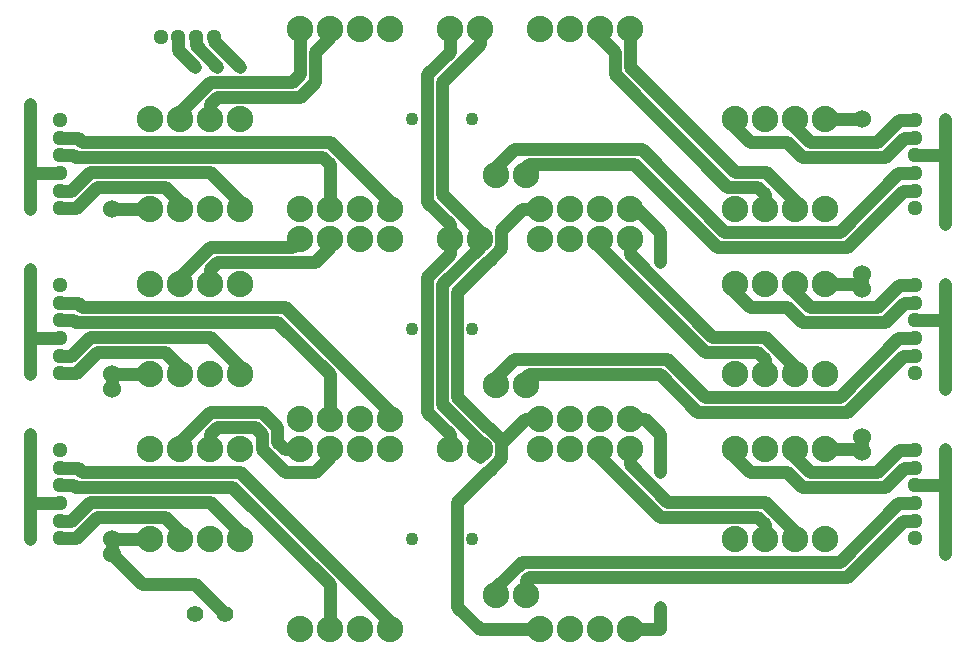
<source format=gbr>
G04 EAGLE Gerber RS-274X export*
G75*
%MOMM*%
%FSLAX34Y34*%
%LPD*%
%INBottom Copper*%
%IPPOS*%
%AMOC8*
5,1,8,0,0,1.08239X$1,22.5*%
G01*
%ADD10C,2.235200*%
%ADD11C,1.295400*%
%ADD12C,1.408000*%
%ADD13C,1.106400*%
%ADD14C,1.117600*%
%ADD15C,1.524000*%


D10*
X209550Y-38100D03*
X234950Y-38100D03*
X260350Y-38100D03*
X285750Y-38100D03*
X285750Y38100D03*
X260350Y38100D03*
X234950Y38100D03*
X209550Y38100D03*
X209550Y-177800D03*
X234950Y-177800D03*
X260350Y-177800D03*
X285750Y-177800D03*
X285750Y-101600D03*
X260350Y-101600D03*
X234950Y-101600D03*
X209550Y-101600D03*
X209550Y101600D03*
X234950Y101600D03*
X260350Y101600D03*
X285750Y101600D03*
X285750Y177800D03*
X260350Y177800D03*
X234950Y177800D03*
X209550Y177800D03*
X-209550Y38100D03*
X-234950Y38100D03*
X-260350Y38100D03*
X-285750Y38100D03*
X-285750Y-38100D03*
X-260350Y-38100D03*
X-234950Y-38100D03*
X-209550Y-38100D03*
X-209550Y-101600D03*
X-234950Y-101600D03*
X-260350Y-101600D03*
X-285750Y-101600D03*
X-285750Y-177800D03*
X-260350Y-177800D03*
X-234950Y-177800D03*
X-209550Y-177800D03*
X-209550Y177800D03*
X-234950Y177800D03*
X-260350Y177800D03*
X-285750Y177800D03*
X-285750Y101600D03*
X-260350Y101600D03*
X-234950Y101600D03*
X-209550Y101600D03*
X120650Y76200D03*
X95250Y76200D03*
X-6350Y76200D03*
X-31750Y76200D03*
X-133350Y76200D03*
X-158750Y76200D03*
X-133350Y-76200D03*
X-82550Y-76200D03*
X44450Y-76200D03*
X95250Y-76200D03*
X120650Y-76200D03*
X33020Y-46990D03*
X7620Y-46990D03*
X-107950Y76200D03*
X-82550Y76200D03*
X-158750Y-76200D03*
X-107950Y-76200D03*
X44450Y76200D03*
X69850Y76200D03*
X69850Y-76200D03*
X120650Y-101600D03*
X95250Y-101600D03*
X-6350Y-101600D03*
X-31750Y-101600D03*
X-133350Y-101600D03*
X-158750Y-101600D03*
X-133350Y-254000D03*
X-82550Y-254000D03*
X44450Y-254000D03*
X95250Y-254000D03*
X120650Y-254000D03*
X33020Y-224790D03*
X7620Y-224790D03*
X-107950Y-101600D03*
X-82550Y-101600D03*
X-158750Y-254000D03*
X-107950Y-254000D03*
X44450Y-101600D03*
X69850Y-101600D03*
X69850Y-254000D03*
X120650Y254000D03*
X95250Y254000D03*
X-6350Y254000D03*
X-31750Y254000D03*
X-133350Y254000D03*
X-158750Y254000D03*
X-133350Y101600D03*
X-82550Y101600D03*
X44450Y101600D03*
X95250Y101600D03*
X120650Y101600D03*
X33020Y130810D03*
X7620Y130810D03*
X-107950Y254000D03*
X-82550Y254000D03*
X-158750Y101600D03*
X-107950Y101600D03*
X44450Y254000D03*
X69850Y254000D03*
X69850Y101600D03*
D11*
X-261500Y247650D03*
X-246500Y247650D03*
X-276500Y247650D03*
X-231500Y247650D03*
X361950Y-7500D03*
X361950Y7500D03*
X361950Y-22500D03*
X361950Y22500D03*
X361950Y-37500D03*
X361950Y37500D03*
X361950Y-147200D03*
X361950Y-132200D03*
X361950Y-162200D03*
X361950Y-117200D03*
X361950Y-177200D03*
X361950Y-102200D03*
X361950Y132200D03*
X361950Y147200D03*
X361950Y117200D03*
X361950Y162200D03*
X361950Y102200D03*
X361950Y177200D03*
X-361950Y147200D03*
X-361950Y132200D03*
X-361950Y162200D03*
X-361950Y117200D03*
X-361950Y177200D03*
X-361950Y102200D03*
X-361950Y-132200D03*
X-361950Y-147200D03*
X-361950Y-117200D03*
X-361950Y-162200D03*
X-361950Y-102200D03*
X-361950Y-177200D03*
X-361950Y7500D03*
X-361950Y-7500D03*
X-361950Y22500D03*
X-361950Y-22500D03*
X-361950Y37500D03*
X-361950Y-37500D03*
D12*
X-222250Y-241300D03*
X-247650Y-241300D03*
D13*
X-63500Y177800D03*
X-12700Y177800D03*
X-63500Y0D03*
X-12700Y0D03*
X-63500Y-177800D03*
X-12700Y-177800D03*
D14*
X260350Y-38100D02*
X260350Y-31750D01*
X234950Y-6350D01*
X190500Y-6350D01*
X120650Y63500D01*
X120650Y76200D01*
X234950Y-25400D02*
X234950Y-38100D01*
X234950Y-25400D02*
X228600Y-19050D01*
X184150Y-19050D02*
X95250Y69850D01*
X95250Y76200D01*
X184150Y-19050D02*
X228600Y-19050D01*
X260350Y-171450D02*
X260350Y-177800D01*
X260350Y-171450D02*
X234950Y-146050D01*
X152400Y-146050D01*
X120650Y-114300D01*
X120650Y-101600D01*
X234950Y-165100D02*
X234950Y-177800D01*
X234950Y-165100D02*
X228600Y-158750D01*
X146050Y-158750D02*
X95250Y-107950D01*
X95250Y-101600D01*
X146050Y-158750D02*
X228600Y-158750D01*
X260350Y101600D02*
X260350Y108574D01*
X120650Y222250D02*
X120650Y254000D01*
X120650Y222250D02*
X209550Y133350D01*
X235574Y133350D02*
X260350Y108574D01*
X235574Y133350D02*
X209550Y133350D01*
X234950Y114300D02*
X234950Y101600D01*
X234950Y114300D02*
X228600Y120650D01*
X203200Y120650D01*
X107950Y215900D01*
X107950Y234950D01*
X95250Y247650D01*
X95250Y254000D01*
X-158750Y76200D02*
X-165100Y69850D01*
X-234950Y69850D01*
X-260350Y44450D01*
X-260350Y38100D01*
X-171450Y-101600D02*
X-158750Y-101600D01*
X-171450Y-101600D02*
X-177800Y-95250D01*
X-177800Y-82550D02*
X-190500Y-69850D01*
X-177800Y-82550D02*
X-177800Y-95250D01*
X-234950Y-69850D02*
X-260350Y-95250D01*
X-260350Y-101600D01*
X-234950Y-69850D02*
X-190500Y-69850D01*
X-234950Y-88900D02*
X-234950Y-101600D01*
X-234950Y-88900D02*
X-228600Y-82550D01*
X-196850Y-82550D01*
X-190500Y-88900D01*
X-190500Y-101600D02*
X-171450Y-120650D01*
X-146050Y-120650D01*
X-133350Y-107950D01*
X-133350Y-101600D01*
X-190500Y-101600D02*
X-190500Y-88900D01*
X-260350Y177800D02*
X-260350Y184150D01*
X-234950Y209550D01*
X-165100Y209550D01*
X-158750Y215900D01*
X-158750Y254000D01*
X-234950Y190500D02*
X-234950Y177800D01*
X-234950Y190500D02*
X-228600Y196850D01*
X-158750Y196850D01*
X-146050Y209550D01*
X-146050Y234950D01*
X-133350Y247650D02*
X-133350Y254000D01*
X-133350Y247650D02*
X-146050Y234950D01*
X-31750Y-88900D02*
X-31750Y-101600D01*
X-31750Y-88900D02*
X-50800Y-69850D01*
X-50800Y44450D01*
X-31750Y63500D01*
X-31750Y76200D01*
X-50800Y107950D02*
X-50800Y215900D01*
X-31750Y234950D02*
X-31750Y254000D01*
X-31750Y234950D02*
X-50800Y215900D01*
X-31750Y88900D02*
X-31750Y76200D01*
X-31750Y88900D02*
X-50800Y107950D01*
X-261500Y236100D02*
X-261500Y247650D01*
X-261500Y236100D02*
X-247650Y222250D01*
X-6350Y82550D02*
X-6350Y76200D01*
X-6350Y-95250D02*
X-6350Y-101600D01*
X-6350Y-95250D02*
X-38100Y-63500D01*
X-38100Y38100D02*
X-6350Y69850D01*
X-6350Y76200D01*
X-38100Y38100D02*
X-38100Y-63500D01*
X-6350Y82550D02*
X-38100Y114300D01*
X-38100Y209550D01*
X-6350Y241300D01*
X-6350Y254000D01*
X-6350Y-101600D02*
X-6350Y-107950D01*
X-246500Y240150D02*
X-246500Y247650D01*
X-246500Y240150D02*
X-228600Y222250D01*
X-133350Y76200D02*
X-133350Y69850D01*
X-146050Y57150D01*
X-228600Y57150D01*
X-234950Y50800D01*
X-234950Y38100D01*
X120650Y-254000D02*
X146050Y-254000D01*
X127000Y101600D02*
X120650Y101600D01*
X133350Y-76200D02*
X146050Y-88900D01*
X133350Y-76200D02*
X120650Y-76200D01*
X146050Y-88900D02*
X146050Y-120650D01*
X146050Y82550D02*
X127000Y101600D01*
X146050Y82550D02*
X146050Y57150D01*
X146050Y-234950D02*
X146050Y-254000D01*
X-231500Y244200D02*
X-231500Y247650D01*
X-231500Y244200D02*
X-209550Y222250D01*
X314960Y-101600D02*
X317500Y-104140D01*
X314960Y-101600D02*
X285750Y-101600D01*
X-285750Y-177800D02*
X-317500Y-177800D01*
D15*
X317500Y34290D03*
X317500Y-104140D03*
X317500Y177800D03*
X317500Y46990D03*
D14*
X317500Y34290D01*
D15*
X-317500Y-177800D03*
X-317500Y-50800D03*
X-317500Y101600D03*
X-317500Y-38100D03*
D14*
X-317500Y-50800D01*
X313690Y38100D02*
X317500Y34290D01*
X313690Y38100D02*
X285750Y38100D01*
X285750Y177800D02*
X317500Y177800D01*
X-285750Y-38100D02*
X-317500Y-38100D01*
X-317500Y101600D02*
X-285750Y101600D01*
X-247650Y-215900D02*
X-222250Y-241300D01*
X-247650Y-215900D02*
X-292100Y-215900D01*
X-317500Y-190500D01*
X-317500Y-177800D01*
D15*
X317500Y-91440D03*
D14*
X317500Y-104140D01*
D15*
X-317500Y-190500D03*
D14*
X146050Y-38100D02*
X177800Y-69850D01*
X146050Y-38100D02*
X35560Y-38100D01*
X33020Y-40640D01*
X33020Y-46990D01*
X177800Y-69850D02*
X304800Y-69850D01*
X352150Y-22500D02*
X361950Y-22500D01*
X352150Y-22500D02*
X304800Y-69850D01*
X184150Y-57150D02*
X152400Y-25400D01*
X22860Y-25400D01*
X7620Y-40640D01*
X7620Y-46990D01*
X184150Y-57150D02*
X298450Y-57150D01*
X348100Y-7500D02*
X361950Y-7500D01*
X348100Y-7500D02*
X298450Y-57150D01*
X298450Y-196850D02*
X29210Y-196850D01*
X348100Y-147200D02*
X361950Y-147200D01*
X348100Y-147200D02*
X298450Y-196850D01*
X7620Y-218440D02*
X7620Y-224790D01*
X7620Y-218440D02*
X29210Y-196850D01*
X35560Y-209550D02*
X33020Y-212090D01*
X33020Y-224790D01*
X35560Y-209550D02*
X304800Y-209550D01*
X352150Y-162200D02*
X361950Y-162200D01*
X352150Y-162200D02*
X304800Y-209550D01*
X7620Y137160D02*
X22860Y152400D01*
X7620Y137160D02*
X7620Y130810D01*
X22860Y152400D02*
X130810Y152400D01*
X200660Y82550D01*
X298450Y82550D01*
X348100Y132200D02*
X361950Y132200D01*
X348100Y132200D02*
X298450Y82550D01*
X35560Y139700D02*
X33020Y137160D01*
X33020Y130810D01*
X35560Y139700D02*
X124460Y139700D01*
X194310Y69850D01*
X304800Y69850D01*
X352150Y117200D02*
X361950Y117200D01*
X352150Y117200D02*
X304800Y69850D01*
X-25400Y31750D02*
X-25400Y-57150D01*
X-6350Y-254000D02*
X44450Y-254000D01*
X-6350Y-254000D02*
X-25400Y-234950D01*
X-25400Y-146050D01*
X1225Y-119888D02*
X11938Y-109175D01*
X762Y-119888D02*
X-25400Y-146050D01*
X762Y-119888D02*
X1225Y-119888D01*
X1225Y57912D02*
X11938Y68625D01*
X762Y57912D02*
X-25400Y31750D01*
X762Y57912D02*
X1225Y57912D01*
X11938Y68625D02*
X11938Y83775D01*
X29763Y101600D01*
X44450Y101600D01*
X1225Y-83312D02*
X11938Y-94025D01*
X1225Y-83312D02*
X762Y-83312D01*
X11938Y-94025D02*
X11938Y-109175D01*
X762Y-83312D02*
X-25400Y-57150D01*
X11938Y-94025D02*
X13925Y-94025D01*
X31750Y-76200D01*
X44450Y-76200D01*
X361950Y7500D02*
X387350Y7500D01*
X387350Y-50800D01*
X387350Y7500D02*
X387350Y38100D01*
X387350Y88900D02*
X387350Y147200D01*
X361950Y147200D01*
X387350Y147200D02*
X387350Y177800D01*
X387350Y-132200D02*
X361950Y-132200D01*
X387350Y-132200D02*
X387350Y-101600D01*
X387350Y-132200D02*
X387350Y-190500D01*
X-361950Y132200D02*
X-387350Y132200D01*
X-387350Y190500D01*
X-387350Y132200D02*
X-387350Y101600D01*
X-387350Y-7500D02*
X-361950Y-7500D01*
X-387350Y-7500D02*
X-387350Y50800D01*
X-387350Y-7500D02*
X-387350Y-38100D01*
X-387350Y-147200D02*
X-361950Y-147200D01*
X-387350Y-147200D02*
X-387350Y-88900D01*
X-387350Y-147200D02*
X-387350Y-177800D01*
X-82550Y101600D02*
X-82550Y107950D01*
X-133350Y158750D01*
X-342900Y158750D01*
X-346350Y162200D02*
X-361950Y162200D01*
X-346350Y162200D02*
X-342900Y158750D01*
X-139700Y146050D02*
X-133350Y139700D01*
X-133350Y101600D01*
X-350400Y147200D02*
X-361950Y147200D01*
X-350400Y147200D02*
X-349250Y146050D01*
X-139700Y146050D01*
X-209550Y-120650D02*
X-342900Y-120650D01*
X-346350Y-117200D02*
X-361950Y-117200D01*
X-346350Y-117200D02*
X-342900Y-120650D01*
X-82550Y-247650D02*
X-82550Y-254000D01*
X-82550Y-247650D02*
X-209550Y-120650D01*
X-215900Y-133350D02*
X-349250Y-133350D01*
X-350400Y-132200D02*
X-361950Y-132200D01*
X-350400Y-132200D02*
X-349250Y-133350D01*
X-133350Y-215900D02*
X-133350Y-254000D01*
X-133350Y-215900D02*
X-215900Y-133350D01*
X-346350Y22500D02*
X-361950Y22500D01*
X-346350Y22500D02*
X-342900Y19050D01*
X-82550Y-69850D02*
X-82550Y-76200D01*
X-82550Y-69850D02*
X-171450Y19050D01*
X-342900Y19050D01*
X-350400Y7500D02*
X-361950Y7500D01*
X-350400Y7500D02*
X-349250Y6350D01*
X-177800Y6350D02*
X-133350Y-38100D01*
X-133350Y-76200D01*
X-177800Y6350D02*
X-349250Y6350D01*
X-260350Y-31750D02*
X-260350Y-38100D01*
X-260350Y-31750D02*
X-273050Y-19050D01*
X-330200Y-19050D01*
X-348650Y-37500D02*
X-361950Y-37500D01*
X-348650Y-37500D02*
X-330200Y-19050D01*
X-209550Y-31750D02*
X-209550Y-38100D01*
X-209550Y-31750D02*
X-234950Y-6350D01*
X-336550Y-6350D01*
X-352700Y-22500D02*
X-361950Y-22500D01*
X-352700Y-22500D02*
X-336550Y-6350D01*
X-209550Y-171450D02*
X-209550Y-177800D01*
X-209550Y-171450D02*
X-234950Y-146050D01*
X-336550Y-146050D01*
X-352700Y-162200D02*
X-361950Y-162200D01*
X-352700Y-162200D02*
X-336550Y-146050D01*
X-209550Y101600D02*
X-209550Y107950D01*
X-234950Y133350D01*
X-352700Y117200D02*
X-361950Y117200D01*
X-352700Y117200D02*
X-336550Y133350D01*
X-234950Y133350D01*
X254000Y19050D02*
X266700Y6350D01*
X254000Y19050D02*
X222250Y19050D01*
X209550Y31750D01*
X209550Y38100D01*
X266700Y6350D02*
X336550Y6350D01*
X352700Y22500D02*
X361950Y22500D01*
X352700Y22500D02*
X336550Y6350D01*
X260350Y31750D02*
X260350Y38100D01*
X260350Y31750D02*
X273050Y19050D01*
X348650Y37500D02*
X361950Y37500D01*
X348650Y37500D02*
X330200Y19050D01*
X273050Y19050D01*
X254000Y-120650D02*
X266700Y-133350D01*
X254000Y-120650D02*
X222250Y-120650D01*
X209550Y-107950D01*
X209550Y-101600D01*
X266700Y-133350D02*
X336550Y-133350D01*
X352700Y-117200D02*
X361950Y-117200D01*
X352700Y-117200D02*
X336550Y-133350D01*
X260350Y-107950D02*
X260350Y-101600D01*
X260350Y-107950D02*
X273050Y-120650D01*
X330200Y-120650D01*
X348650Y-102200D02*
X361950Y-102200D01*
X348650Y-102200D02*
X330200Y-120650D01*
X273050Y158750D02*
X260350Y171450D01*
X260350Y177800D01*
X273050Y158750D02*
X330200Y158750D01*
X348650Y177200D02*
X361950Y177200D01*
X348650Y177200D02*
X330200Y158750D01*
X352700Y162200D02*
X361950Y162200D01*
X352700Y162200D02*
X336550Y146050D01*
X266700Y146050D02*
X254000Y158750D01*
X222250Y158750D01*
X209550Y171450D01*
X209550Y177800D01*
X266700Y146050D02*
X336550Y146050D01*
X-260350Y-171450D02*
X-273050Y-158750D01*
X-260350Y-171450D02*
X-260350Y-177800D01*
X-273050Y-158750D02*
X-330200Y-158750D01*
X-348650Y-177200D02*
X-361950Y-177200D01*
X-348650Y-177200D02*
X-330200Y-158750D01*
X-260350Y101600D02*
X-260350Y107950D01*
X-273050Y120650D01*
X-330200Y120650D01*
X-348650Y102200D02*
X-361950Y102200D01*
X-348650Y102200D02*
X-330200Y120650D01*
M02*

</source>
